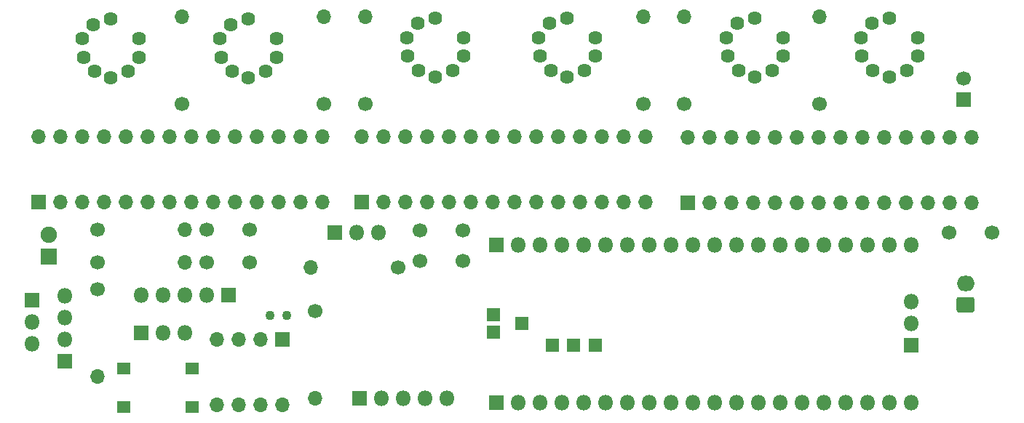
<source format=gts>
%TF.GenerationSoftware,KiCad,Pcbnew,(5.1.6)-1*%
%TF.CreationDate,2022-10-31T22:29:44+09:00*%
%TF.ProjectId,watch,77617463-682e-46b6-9963-61645f706362,rev?*%
%TF.SameCoordinates,Original*%
%TF.FileFunction,Soldermask,Top*%
%TF.FilePolarity,Negative*%
%FSLAX46Y46*%
G04 Gerber Fmt 4.6, Leading zero omitted, Abs format (unit mm)*
G04 Created by KiCad (PCBNEW (5.1.6)-1) date 2022-10-31 22:29:44*
%MOMM*%
%LPD*%
G01*
G04 APERTURE LIST*
%ADD10C,1.100000*%
%ADD11O,1.800000X1.800000*%
%ADD12R,1.800000X1.800000*%
%ADD13C,1.624000*%
%ADD14O,1.700000X1.700000*%
%ADD15R,1.700000X1.700000*%
%ADD16R,1.600000X1.600000*%
%ADD17R,1.650000X1.400000*%
%ADD18C,1.700000*%
%ADD19O,2.100000X1.800000*%
%ADD20C,1.900000*%
%ADD21R,1.900000X1.900000*%
G04 APERTURE END LIST*
D10*
%TO.C,Y1*%
X51816000Y-56896000D03*
X49916000Y-56896000D03*
%TD*%
D11*
%TO.C,J4*%
X70485000Y-66548000D03*
X67945000Y-66548000D03*
X65405000Y-66548000D03*
X62865000Y-66548000D03*
D12*
X60325000Y-66548000D03*
%TD*%
D11*
%TO.C,JP2*%
X40005000Y-58928000D03*
X37465000Y-58928000D03*
D12*
X34925000Y-58928000D03*
%TD*%
D11*
%TO.C,J3*%
X26035000Y-54610000D03*
X26035000Y-57150000D03*
X26035000Y-59690000D03*
D12*
X26035000Y-62230000D03*
%TD*%
D13*
%TO.C,U9*%
X87757000Y-24511000D03*
X87757000Y-26670000D03*
X86487000Y-28321000D03*
X84455000Y-29083000D03*
X82550000Y-28321000D03*
X81280000Y-26670000D03*
X81153000Y-24511000D03*
X82423000Y-22860000D03*
X84455000Y-22225000D03*
%TD*%
D14*
%TO.C,U6*%
X60590000Y-36072000D03*
X93610000Y-43692000D03*
X63130000Y-36072000D03*
X91070000Y-43692000D03*
X65670000Y-36072000D03*
X88530000Y-43692000D03*
X68210000Y-36072000D03*
X85990000Y-43692000D03*
X70750000Y-36072000D03*
X83450000Y-43692000D03*
X73290000Y-36072000D03*
X80910000Y-43692000D03*
X75830000Y-36072000D03*
X78370000Y-43692000D03*
X78370000Y-36072000D03*
X75830000Y-43692000D03*
X80910000Y-36072000D03*
X73290000Y-43692000D03*
X83450000Y-36072000D03*
X70750000Y-43692000D03*
X85990000Y-36072000D03*
X68210000Y-43692000D03*
X88530000Y-36072000D03*
X65670000Y-43692000D03*
X91070000Y-36072000D03*
X63130000Y-43692000D03*
X93610000Y-36072000D03*
D15*
X60590000Y-43692000D03*
%TD*%
D13*
%TO.C,U5*%
X50673000Y-24638000D03*
X50673000Y-26797000D03*
X49403000Y-28448000D03*
X47371000Y-29210000D03*
X45466000Y-28448000D03*
X44196000Y-26797000D03*
X44069000Y-24638000D03*
X45339000Y-22987000D03*
X47371000Y-22352000D03*
%TD*%
%TO.C,U11*%
X125222000Y-24511000D03*
X125222000Y-26670000D03*
X123952000Y-28321000D03*
X121920000Y-29083000D03*
X120015000Y-28321000D03*
X118745000Y-26670000D03*
X118618000Y-24511000D03*
X119888000Y-22860000D03*
X121920000Y-22225000D03*
%TD*%
%TO.C,U10*%
X109600000Y-24511000D03*
X109600000Y-26670000D03*
X108330000Y-28321000D03*
X106298000Y-29083000D03*
X104393000Y-28321000D03*
X103123000Y-26670000D03*
X102996000Y-24511000D03*
X104266000Y-22860000D03*
X106298000Y-22225000D03*
%TD*%
%TO.C,U8*%
X72412000Y-24509000D03*
X72412000Y-26668000D03*
X71142000Y-28319000D03*
X69110000Y-29081000D03*
X67205000Y-28319000D03*
X65935000Y-26668000D03*
X65808000Y-24509000D03*
X67078000Y-22858000D03*
X69110000Y-22223000D03*
%TD*%
D14*
%TO.C,U7*%
X98516000Y-36106000D03*
X131536000Y-43726000D03*
X101056000Y-36106000D03*
X128996000Y-43726000D03*
X103596000Y-36106000D03*
X126456000Y-43726000D03*
X106136000Y-36106000D03*
X123916000Y-43726000D03*
X108676000Y-36106000D03*
X121376000Y-43726000D03*
X111216000Y-36106000D03*
X118836000Y-43726000D03*
X113756000Y-36106000D03*
X116296000Y-43726000D03*
X116296000Y-36106000D03*
X113756000Y-43726000D03*
X118836000Y-36106000D03*
X111216000Y-43726000D03*
X121376000Y-36106000D03*
X108676000Y-43726000D03*
X123916000Y-36106000D03*
X106136000Y-43726000D03*
X126456000Y-36106000D03*
X103596000Y-43726000D03*
X128996000Y-36106000D03*
X101056000Y-43726000D03*
X131536000Y-36106000D03*
D15*
X98516000Y-43726000D03*
%TD*%
D13*
%TO.C,U4*%
X34671000Y-24638000D03*
X34671000Y-26797000D03*
X33401000Y-28448000D03*
X31369000Y-29210000D03*
X29464000Y-28448000D03*
X28194000Y-26797000D03*
X28067000Y-24638000D03*
X29337000Y-22987000D03*
X31369000Y-22352000D03*
%TD*%
D14*
%TO.C,U3*%
X51308000Y-67310000D03*
X43688000Y-59690000D03*
X48768000Y-67310000D03*
X46228000Y-59690000D03*
X46228000Y-67310000D03*
X48768000Y-59690000D03*
X43688000Y-67310000D03*
D15*
X51308000Y-59690000D03*
%TD*%
D14*
%TO.C,U2*%
X22946000Y-36012000D03*
X55966000Y-43632000D03*
X25486000Y-36012000D03*
X53426000Y-43632000D03*
X28026000Y-36012000D03*
X50886000Y-43632000D03*
X30566000Y-36012000D03*
X48346000Y-43632000D03*
X33106000Y-36012000D03*
X45806000Y-43632000D03*
X35646000Y-36012000D03*
X43266000Y-43632000D03*
X38186000Y-36012000D03*
X40726000Y-43632000D03*
X40726000Y-36012000D03*
X38186000Y-43632000D03*
X43266000Y-36012000D03*
X35646000Y-43632000D03*
X45806000Y-36012000D03*
X33106000Y-43632000D03*
X48346000Y-36012000D03*
X30566000Y-43632000D03*
X50886000Y-36012000D03*
X28026000Y-43632000D03*
X53426000Y-36012000D03*
X25486000Y-43632000D03*
X55966000Y-36012000D03*
D15*
X22946000Y-43632000D03*
%TD*%
D16*
%TO.C,U1*%
X75930000Y-58826000D03*
X79230000Y-57826000D03*
X85230000Y-60326000D03*
X82730000Y-60326000D03*
X75930000Y-56826000D03*
X87730000Y-60326000D03*
D11*
X124460000Y-55245000D03*
X124460000Y-57785000D03*
D12*
X124460000Y-60325000D03*
D11*
X78740000Y-67056000D03*
X104140000Y-67056000D03*
X101600000Y-67056000D03*
X91440000Y-67056000D03*
X88900000Y-67056000D03*
X109220000Y-67056000D03*
X99060000Y-67056000D03*
X86360000Y-67056000D03*
X96520000Y-67056000D03*
X116840000Y-67056000D03*
X106680000Y-67056000D03*
X93980000Y-67056000D03*
X121920000Y-67056000D03*
X111760000Y-67056000D03*
X83820000Y-67056000D03*
X119380000Y-67056000D03*
X124460000Y-67056000D03*
X114300000Y-67056000D03*
X81280000Y-67056000D03*
D12*
X76200000Y-67056000D03*
D11*
X78740000Y-48641000D03*
X104140000Y-48641000D03*
X101600000Y-48641000D03*
X91440000Y-48641000D03*
X88900000Y-48641000D03*
X109220000Y-48641000D03*
X99060000Y-48641000D03*
X86360000Y-48641000D03*
X96520000Y-48641000D03*
X116840000Y-48641000D03*
X106680000Y-48641000D03*
X93980000Y-48641000D03*
X121920000Y-48641000D03*
X111760000Y-48641000D03*
X83820000Y-48641000D03*
X119380000Y-48641000D03*
X124460000Y-48641000D03*
X114300000Y-48641000D03*
X81280000Y-48641000D03*
D12*
X76200000Y-48641000D03*
%TD*%
D17*
%TO.C,SW1*%
X40805000Y-67528000D03*
X40805000Y-63028000D03*
X32855000Y-63028000D03*
X32855000Y-67528000D03*
%TD*%
D14*
%TO.C,R12*%
X113792000Y-22098000D03*
D18*
X113792000Y-32258000D03*
%TD*%
D14*
%TO.C,R11*%
X98044000Y-22098000D03*
D18*
X98044000Y-32258000D03*
%TD*%
D14*
%TO.C,R10*%
X93345000Y-22098000D03*
D18*
X93345000Y-32258000D03*
%TD*%
D14*
%TO.C,R9*%
X60960000Y-22098000D03*
D18*
X60960000Y-32258000D03*
%TD*%
D14*
%TO.C,R8*%
X56134000Y-22098000D03*
D18*
X56134000Y-32258000D03*
%TD*%
D14*
%TO.C,R7*%
X39624000Y-22098000D03*
D18*
X39624000Y-32258000D03*
%TD*%
D14*
%TO.C,R6*%
X54610000Y-51308000D03*
D18*
X64770000Y-51308000D03*
%TD*%
D14*
%TO.C,R5*%
X40005000Y-46863000D03*
D18*
X29845000Y-46863000D03*
%TD*%
D14*
%TO.C,R4*%
X55118000Y-66548000D03*
D18*
X55118000Y-56388000D03*
%TD*%
D14*
%TO.C,R3*%
X40005000Y-50673000D03*
D18*
X29845000Y-50673000D03*
%TD*%
D14*
%TO.C,R2*%
X29845000Y-64008000D03*
D18*
X29845000Y-53848000D03*
%TD*%
D11*
%TO.C,JP3*%
X22225000Y-60198000D03*
X22225000Y-57658000D03*
D12*
X22225000Y-55118000D03*
%TD*%
%TO.C,JP1*%
X57404000Y-47244000D03*
D11*
X59944000Y-47244000D03*
X62484000Y-47244000D03*
%TD*%
%TO.C,J2*%
X34925000Y-54483000D03*
X37465000Y-54483000D03*
X40005000Y-54483000D03*
X42545000Y-54483000D03*
D12*
X45085000Y-54483000D03*
%TD*%
D19*
%TO.C,J1*%
X130810000Y-53126000D03*
G36*
G01*
X131595294Y-56526000D02*
X130024706Y-56526000D01*
G75*
G02*
X129760000Y-56261294I0J264706D01*
G01*
X129760000Y-54990706D01*
G75*
G02*
X130024706Y-54726000I264706J0D01*
G01*
X131595294Y-54726000D01*
G75*
G02*
X131860000Y-54990706I0J-264706D01*
G01*
X131860000Y-56261294D01*
G75*
G02*
X131595294Y-56526000I-264706J0D01*
G01*
G37*
%TD*%
D20*
%TO.C,D1*%
X24130000Y-47498000D03*
D21*
X24130000Y-50038000D03*
%TD*%
D18*
%TO.C,C6*%
X133905000Y-47244000D03*
X128905000Y-47244000D03*
%TD*%
%TO.C,C5*%
X72310000Y-46990000D03*
X67310000Y-46990000D03*
%TD*%
%TO.C,C4*%
X72310000Y-50546000D03*
X67310000Y-50546000D03*
%TD*%
%TO.C,C3*%
X47545000Y-46863000D03*
X42545000Y-46863000D03*
%TD*%
%TO.C,C2*%
X47545000Y-50673000D03*
X42545000Y-50673000D03*
%TD*%
%TO.C,C1*%
X130556000Y-29250000D03*
D15*
X130556000Y-31750000D03*
%TD*%
M02*

</source>
